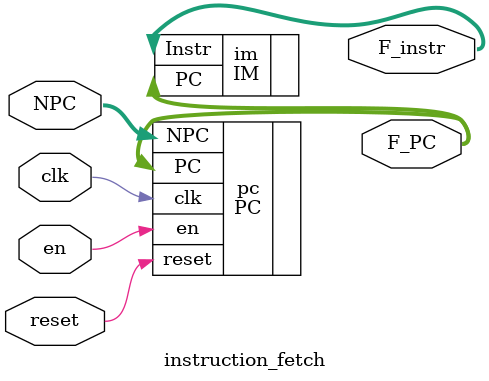
<source format=v>
`timescale 1ns / 1ps
module instruction_fetch(
    input clk,
    input reset,
    input en,
    input [31:0] NPC,
	 
    output [31:0] F_instr,
    output [31:0] F_PC
    );
	 
	 
	 PC pc (
    .clk(clk), 
    .reset(reset), 
    .NPC(NPC), 
    .en(en), 
    .PC(F_PC)
    );
	 
	 IM im (
    .PC(F_PC), 
    .Instr(F_instr)
    );


endmodule

</source>
